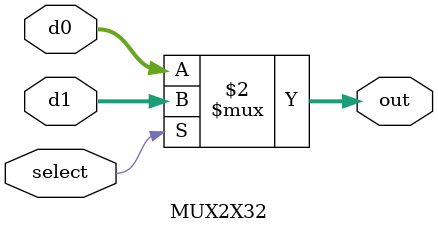
<source format=v>
`timescale 1ns / 1ps


module MUX2X32(d0,d1,select,out);
input [31:0]d0;
input [31:0]d1;
input select;
output [31:0]out;
assign out=(select==0)?d0:d1;
endmodule

</source>
